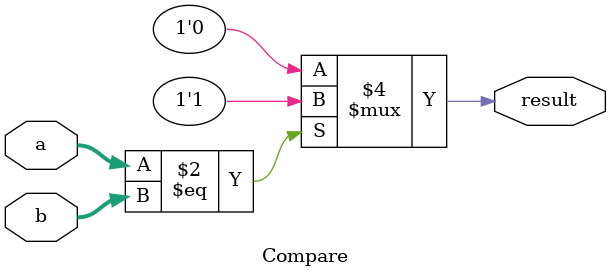
<source format=sv>
module Compare #(parameter width = 9) 
(
	input logic [width-1:0] a, b, // added this so we can compare thing of diffrent bit sizes
	output logic result
);

	always_comb
	begin
		if(a == b)
		result = 1;
		else
		result = 0;
	end
	
endmodule

</source>
